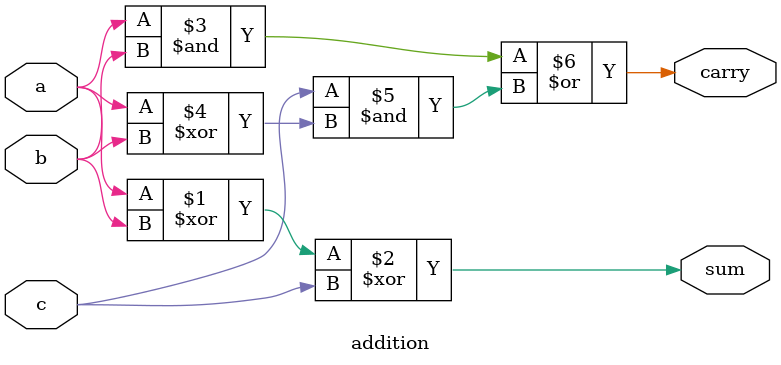
<source format=v>
`timescale 1ns / 1ps

module addition(input a, input b, input c, output sum, output carry);
    assign sum = a^b^c;
    assign carry = (a&b)|(c&(a^b));
    
endmodule




</source>
